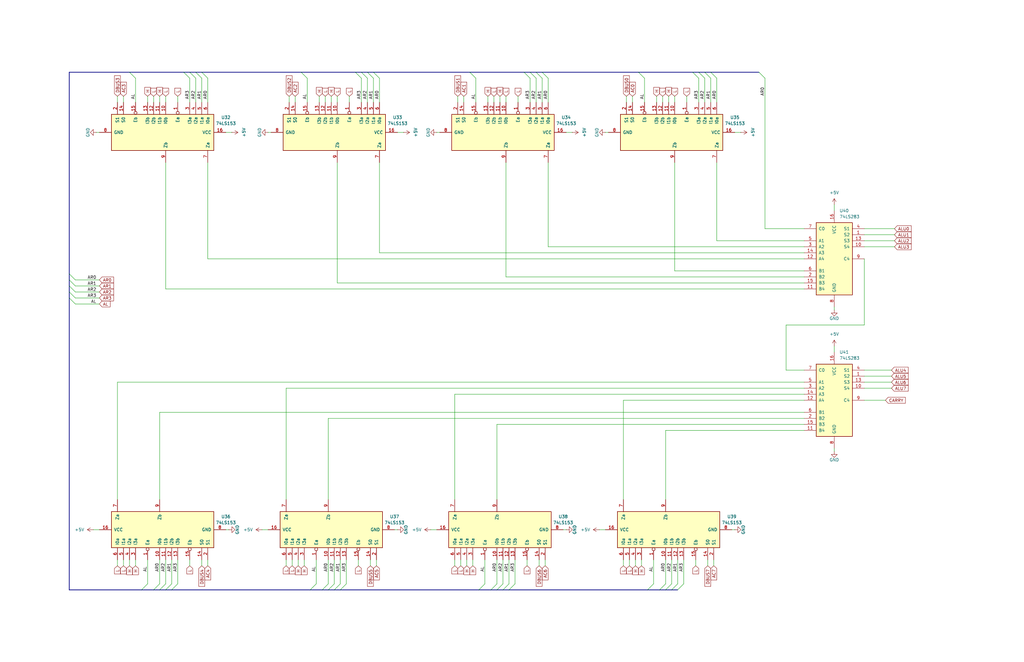
<source format=kicad_sch>
(kicad_sch (version 20231120) (generator "eeschema") (generator_version "8.0")
  (paper "B")
  (lib_symbols
    (symbol "74xx:74LS153" (pin_names (offset 1.016))
      (property "Reference" "U" (at -7.62 21.59 0))
      (property "Value" "74LS153" (at -7.62 -24.13 0))
      (symbol "74LS153_1_0"
        (pin input inverted (at -12.7 5.08 0) (length 5.08) (name "Ea") (number "1"))
        (pin input line (at -12.7 0 0) (length 5.08) (name "I0b") (number "10"))
        (pin input line (at -12.7 -2.54 0) (length 5.08) (name "I1b") (number "11"))
        (pin input line (at -12.7 -5.08 0) (length 5.08) (name "I2b") (number "12"))
        (pin input line (at -12.7 -7.62 0) (length 5.08) (name "I3b") (number "13"))
        (pin input line (at -12.7 -17.78 0) (length 5.08) (name "S0") (number "14"))
        (pin input inverted (at -12.7 -12.7 0) (length 5.08) (name "Eb") (number "15"))
        (pin power_in line (at 0 25.4 270) (length 5.08) (name "VCC") (number "16"))
        (pin input line (at -12.7 -20.32 0) (length 5.08) (name "S1") (number "2"))
        (pin input line (at -12.7 10.16 0) (length 5.08) (name "I3a") (number "3"))
        (pin input line (at -12.7 12.7 0) (length 5.08) (name "I2a") (number "4"))
        (pin input line (at -12.7 15.24 0) (length 5.08) (name "I1a") (number "5"))
        (pin input line (at -12.7 17.78 0) (length 5.08) (name "I0a") (number "6"))
        (pin output line (at 12.7 17.78 180) (length 5.08) (name "Za") (number "7"))
        (pin power_in line (at 0 -27.94 90) (length 5.08) (name "GND") (number "8"))
        (pin output line (at 12.7 0 180) (length 5.08) (name "Zb") (number "9"))
      )
      (symbol "74LS153_1_1"
        (rectangle (start -7.62 20.32) (end 7.62 -22.86) (stroke (width 0.254)) (fill (type background)))
      )
    )
    (symbol "74xx:74LS283" (pin_names (offset 1.016))
      (property "Reference" "U" (at -7.62 16.51 0))
      (property "Value" "74LS283" (at -7.62 -16.51 0))
      (symbol "74LS283_1_0"
        (pin output line (at 12.7 10.16 180) (length 5.08) (name "S2") (number "1"))
        (pin output line (at 12.7 5.08 180) (length 5.08) (name "S4") (number "10"))
        (pin input line (at -12.7 -12.7 0) (length 5.08) (name "B4") (number "11"))
        (pin input line (at -12.7 0 0) (length 5.08) (name "A4") (number "12"))
        (pin output line (at 12.7 7.62 180) (length 5.08) (name "S3") (number "13"))
        (pin input line (at -12.7 2.54 0) (length 5.08) (name "A3") (number "14"))
        (pin input line (at -12.7 -10.16 0) (length 5.08) (name "B3") (number "15"))
        (pin power_in line (at 0 20.32 270) (length 5.08) (name "VCC") (number "16"))
        (pin input line (at -12.7 -7.62 0) (length 5.08) (name "B2") (number "2"))
        (pin input line (at -12.7 5.08 0) (length 5.08) (name "A2") (number "3"))
        (pin output line (at 12.7 12.7 180) (length 5.08) (name "S1") (number "4"))
        (pin input line (at -12.7 7.62 0) (length 5.08) (name "A1") (number "5"))
        (pin input line (at -12.7 -5.08 0) (length 5.08) (name "B1") (number "6"))
        (pin input line (at -12.7 12.7 0) (length 5.08) (name "C0") (number "7"))
        (pin power_in line (at 0 -20.32 90) (length 5.08) (name "GND") (number "8"))
        (pin output line (at 12.7 0 180) (length 5.08) (name "C4") (number "9"))
      )
      (symbol "74LS283_1_1"
        (rectangle (start -7.62 15.24) (end 7.62 -15.24) (stroke (width 0.254)) (fill (type background)))
      )
    )
    (symbol "power:+5V" (power) (pin_numbers hide) (pin_names (offset 0) hide)
      (property "Value" "+5V" (at 0 3.556 0))
      (symbol "+5V_0_1"
        (polyline (pts (xy -0.762 1.27) (xy 0 2.54)))
        (polyline (pts (xy 0 0) (xy 0 2.54)))
        (polyline (pts (xy 0 2.54) (xy 0.762 1.27)))
      )
      (symbol "+5V_1_1"
        (pin power_in line (at 0 0 90) (length 0) (name "~") (number "1"))
      )
    )
    (symbol "power:GND" (power) (pin_numbers hide) (pin_names (offset 0) hide)
      (property "Value" "GND" (at 0 -3.81 0))
      (symbol "GND_0_1"
        (polyline (pts (xy 0 0) (xy 0 -1.27) (xy 1.27 -1.27) (xy 0 -2.54) (xy -1.27 -1.27) (xy 0 -1.27)))
      )
      (symbol "GND_1_1"
        (pin power_in line (at 0 0 270) (length 0) (name "~") (number "1"))
      )
    )
  )
  (bus_entry (at 152.4 30.48) (size 2.54 2.54))
  (bus_entry (at 292.1 30.48) (size 2.54 2.54))
  (bus_entry (at 299.72 30.48) (size 2.54 2.54))
  (bus_entry (at 320.04 30.48) (size 2.54 2.54))
  (bus_entry (at 130.81 248.92) (size 2.54 -2.54))
  (bus_entry (at 280.67 248.92) (size 2.54 -2.54))
  (bus_entry (at 135.89 248.92) (size 2.54 -2.54))
  (bus_entry (at 228.6 30.48) (size 2.54 2.54))
  (bus_entry (at 283.21 248.92) (size 2.54 -2.54))
  (bus_entry (at 29.21 125.73) (size 2.54 2.54))
  (bus_entry (at 140.97 248.92) (size 2.54 -2.54))
  (bus_entry (at 85.09 30.48) (size 2.54 2.54))
  (bus_entry (at 212.09 248.92) (size 2.54 -2.54))
  (bus_entry (at 223.52 30.48) (size 2.54 2.54))
  (bus_entry (at 29.21 120.65) (size 2.54 2.54))
  (bus_entry (at 209.55 248.92) (size 2.54 -2.54))
  (bus_entry (at 143.51 248.92) (size 2.54 -2.54))
  (bus_entry (at 220.98 30.48) (size 2.54 2.54))
  (bus_entry (at 157.48 30.48) (size 2.54 2.54))
  (bus_entry (at 214.63 248.92) (size 2.54 -2.54))
  (bus_entry (at 198.12 30.48) (size 2.54 2.54))
  (bus_entry (at 127 30.48) (size 2.54 2.54))
  (bus_entry (at 29.21 123.19) (size 2.54 2.54))
  (bus_entry (at 29.21 118.11) (size 2.54 2.54))
  (bus_entry (at 29.21 115.57) (size 2.54 2.54))
  (bus_entry (at 285.75 248.92) (size 2.54 -2.54))
  (bus_entry (at 67.31 248.92) (size 2.54 -2.54))
  (bus_entry (at 278.13 248.92) (size 2.54 -2.54))
  (bus_entry (at 201.93 248.92) (size 2.54 -2.54))
  (bus_entry (at 54.61 30.48) (size 2.54 2.54))
  (bus_entry (at 64.77 248.92) (size 2.54 -2.54))
  (bus_entry (at 269.24 30.48) (size 2.54 2.54))
  (bus_entry (at 154.94 30.48) (size 2.54 2.54))
  (bus_entry (at 138.43 248.92) (size 2.54 -2.54))
  (bus_entry (at 80.01 30.48) (size 2.54 2.54))
  (bus_entry (at 69.85 248.92) (size 2.54 -2.54))
  (bus_entry (at 149.86 30.48) (size 2.54 2.54))
  (bus_entry (at 72.39 248.92) (size 2.54 -2.54))
  (bus_entry (at 226.06 30.48) (size 2.54 2.54))
  (bus_entry (at 294.64 30.48) (size 2.54 2.54))
  (bus_entry (at 82.55 30.48) (size 2.54 2.54))
  (bus_entry (at 77.47 30.48) (size 2.54 2.54))
  (bus_entry (at 207.01 248.92) (size 2.54 -2.54))
  (bus_entry (at 297.18 30.48) (size 2.54 2.54))
  (bus_entry (at 59.69 248.92) (size 2.54 -2.54))
  (bus_entry (at 273.05 248.92) (size 2.54 -2.54))
  (bus (pts (xy 280.67 248.92) (xy 283.21 248.92)))
  (wire (pts (xy 194.31 238.76) (xy 194.31 236.22)))
  (wire (pts (xy 339.09 173.99) (xy 67.31 173.99)))
  (bus (pts (xy 29.21 248.92) (xy 59.69 248.92)))
  (bus (pts (xy 294.64 30.48) (xy 297.18 30.48)))
  (wire (pts (xy 133.35 236.22) (xy 133.35 246.38)))
  (wire (pts (xy 228.6 33.02) (xy 228.6 43.18)))
  (bus (pts (xy 127 30.48) (xy 149.86 30.48)))
  (wire (pts (xy 227.33 236.22) (xy 227.33 238.76)))
  (wire (pts (xy 142.24 119.38) (xy 339.09 119.38)))
  (wire (pts (xy 351.79 189.23) (xy 351.79 190.5)))
  (wire (pts (xy 142.24 68.58) (xy 142.24 119.38)))
  (wire (pts (xy 87.63 33.02) (xy 87.63 43.18)))
  (wire (pts (xy 200.66 33.02) (xy 200.66 43.18)))
  (bus (pts (xy 273.05 248.92) (xy 278.13 248.92)))
  (bus (pts (xy 130.81 248.92) (xy 135.89 248.92)))
  (wire (pts (xy 72.39 236.22) (xy 72.39 246.38)))
  (wire (pts (xy 266.7 40.64) (xy 266.7 43.18)))
  (wire (pts (xy 129.54 33.02) (xy 129.54 43.18)))
  (wire (pts (xy 151.13 238.76) (xy 151.13 236.22)))
  (wire (pts (xy 209.55 236.22) (xy 209.55 246.38)))
  (wire (pts (xy 222.25 238.76) (xy 222.25 236.22)))
  (bus (pts (xy 223.52 30.48) (xy 226.06 30.48)))
  (wire (pts (xy 80.01 33.02) (xy 80.01 43.18)))
  (wire (pts (xy 87.63 109.22) (xy 339.09 109.22)))
  (wire (pts (xy 213.36 116.84) (xy 339.09 116.84)))
  (wire (pts (xy 280.67 236.22) (xy 280.67 246.38)))
  (wire (pts (xy 52.07 40.64) (xy 52.07 43.18)))
  (wire (pts (xy 284.48 68.58) (xy 284.48 114.3)))
  (bus (pts (xy 209.55 248.92) (xy 212.09 248.92)))
  (wire (pts (xy 298.45 236.22) (xy 298.45 238.76)))
  (bus (pts (xy 29.21 123.19) (xy 29.21 125.73)))
  (bus (pts (xy 207.01 248.92) (xy 209.55 248.92)))
  (wire (pts (xy 231.14 33.02) (xy 231.14 43.18)))
  (wire (pts (xy 226.06 33.02) (xy 226.06 43.18)))
  (wire (pts (xy 308.61 223.52) (xy 309.88 223.52)))
  (wire (pts (xy 339.09 166.37) (xy 191.77 166.37)))
  (wire (pts (xy 120.65 238.76) (xy 120.65 236.22)))
  (wire (pts (xy 120.65 210.82) (xy 120.65 163.83)))
  (wire (pts (xy 120.65 163.83) (xy 339.09 163.83)))
  (wire (pts (xy 85.09 33.02) (xy 85.09 43.18)))
  (bus (pts (xy 135.89 248.92) (xy 138.43 248.92)))
  (wire (pts (xy 262.89 210.82) (xy 262.89 168.91)))
  (bus (pts (xy 29.21 125.73) (xy 29.21 248.92)))
  (bus (pts (xy 85.09 30.48) (xy 127 30.48)))
  (wire (pts (xy 208.28 40.64) (xy 208.28 43.18)))
  (wire (pts (xy 285.75 236.22) (xy 285.75 246.38)))
  (wire (pts (xy 218.44 40.64) (xy 218.44 43.18)))
  (bus (pts (xy 152.4 30.48) (xy 154.94 30.48)))
  (wire (pts (xy 31.75 125.73) (xy 41.91 125.73)))
  (wire (pts (xy 123.19 238.76) (xy 123.19 236.22)))
  (wire (pts (xy 146.05 236.22) (xy 146.05 246.38)))
  (bus (pts (xy 228.6 30.48) (xy 269.24 30.48)))
  (bus (pts (xy 154.94 30.48) (xy 157.48 30.48)))
  (wire (pts (xy 205.74 40.64) (xy 205.74 43.18)))
  (wire (pts (xy 137.16 40.64) (xy 137.16 43.18)))
  (bus (pts (xy 214.63 248.92) (xy 273.05 248.92)))
  (bus (pts (xy 59.69 248.92) (xy 64.77 248.92)))
  (wire (pts (xy 339.09 96.52) (xy 322.58 96.52)))
  (wire (pts (xy 49.53 161.29) (xy 339.09 161.29)))
  (wire (pts (xy 280.67 181.61) (xy 339.09 181.61)))
  (bus (pts (xy 226.06 30.48) (xy 228.6 30.48)))
  (wire (pts (xy 67.31 173.99) (xy 67.31 210.82)))
  (wire (pts (xy 279.4 40.64) (xy 279.4 43.18)))
  (wire (pts (xy 157.48 33.02) (xy 157.48 43.18)))
  (wire (pts (xy 262.89 238.76) (xy 262.89 236.22)))
  (wire (pts (xy 213.36 40.64) (xy 213.36 43.18)))
  (wire (pts (xy 67.31 236.22) (xy 67.31 246.38)))
  (wire (pts (xy 339.09 179.07) (xy 209.55 179.07)))
  (wire (pts (xy 322.58 33.02) (xy 322.58 96.52)))
  (wire (pts (xy 95.25 223.52) (xy 96.52 223.52)))
  (wire (pts (xy 193.04 40.64) (xy 193.04 43.18)))
  (bus (pts (xy 29.21 118.11) (xy 29.21 120.65)))
  (wire (pts (xy 160.02 33.02) (xy 160.02 43.18)))
  (wire (pts (xy 264.16 40.64) (xy 264.16 43.18)))
  (wire (pts (xy 223.52 33.02) (xy 223.52 43.18)))
  (wire (pts (xy 302.26 68.58) (xy 302.26 101.6)))
  (wire (pts (xy 85.09 236.22) (xy 85.09 238.76)))
  (wire (pts (xy 125.73 238.76) (xy 125.73 236.22)))
  (wire (pts (xy 62.23 236.22) (xy 62.23 246.38)))
  (wire (pts (xy 351.79 146.05) (xy 351.79 148.59)))
  (wire (pts (xy 158.75 236.22) (xy 158.75 238.76)))
  (wire (pts (xy 302.26 101.6) (xy 339.09 101.6)))
  (bus (pts (xy 220.98 30.48) (xy 223.52 30.48)))
  (bus (pts (xy 29.21 115.57) (xy 29.21 118.11)))
  (wire (pts (xy 271.78 33.02) (xy 271.78 43.18)))
  (bus (pts (xy 29.21 30.48) (xy 54.61 30.48)))
  (bus (pts (xy 67.31 248.92) (xy 69.85 248.92)))
  (wire (pts (xy 196.85 238.76) (xy 196.85 236.22)))
  (wire (pts (xy 170.18 55.88) (xy 167.64 55.88)))
  (bus (pts (xy 29.21 30.48) (xy 29.21 115.57)))
  (bus (pts (xy 143.51 248.92) (xy 201.93 248.92)))
  (wire (pts (xy 64.77 40.64) (xy 64.77 43.18)))
  (wire (pts (xy 288.29 236.22) (xy 288.29 246.38)))
  (wire (pts (xy 364.49 163.83) (xy 375.92 163.83)))
  (wire (pts (xy 209.55 179.07) (xy 209.55 210.82)))
  (wire (pts (xy 284.48 114.3) (xy 339.09 114.3)))
  (wire (pts (xy 210.82 40.64) (xy 210.82 43.18)))
  (wire (pts (xy 364.49 96.52) (xy 377.19 96.52)))
  (wire (pts (xy 331.47 156.21) (xy 339.09 156.21)))
  (bus (pts (xy 64.77 248.92) (xy 67.31 248.92)))
  (wire (pts (xy 124.46 40.64) (xy 124.46 43.18)))
  (wire (pts (xy 41.91 55.88) (xy 40.64 55.88)))
  (bus (pts (xy 29.21 120.65) (xy 29.21 123.19)))
  (wire (pts (xy 113.03 223.52) (xy 110.49 223.52)))
  (wire (pts (xy 52.07 238.76) (xy 52.07 236.22)))
  (wire (pts (xy 31.75 118.11) (xy 41.91 118.11)))
  (wire (pts (xy 160.02 106.68) (xy 339.09 106.68)))
  (wire (pts (xy 191.77 238.76) (xy 191.77 236.22)))
  (wire (pts (xy 351.79 86.36) (xy 351.79 88.9)))
  (wire (pts (xy 140.97 236.22) (xy 140.97 246.38)))
  (wire (pts (xy 160.02 68.58) (xy 160.02 106.68)))
  (bus (pts (xy 77.47 30.48) (xy 80.01 30.48)))
  (wire (pts (xy 156.21 236.22) (xy 156.21 238.76)))
  (wire (pts (xy 214.63 236.22) (xy 214.63 246.38)))
  (wire (pts (xy 276.86 40.64) (xy 276.86 43.18)))
  (wire (pts (xy 138.43 176.53) (xy 138.43 210.82)))
  (wire (pts (xy 31.75 120.65) (xy 41.91 120.65)))
  (wire (pts (xy 294.64 33.02) (xy 294.64 43.18)))
  (bus (pts (xy 149.86 30.48) (xy 152.4 30.48)))
  (wire (pts (xy 297.18 33.02) (xy 297.18 43.18)))
  (wire (pts (xy 54.61 238.76) (xy 54.61 236.22)))
  (wire (pts (xy 185.42 55.88) (xy 184.15 55.88)))
  (wire (pts (xy 262.89 168.91) (xy 339.09 168.91)))
  (wire (pts (xy 87.63 68.58) (xy 87.63 109.22)))
  (bus (pts (xy 292.1 30.48) (xy 294.64 30.48)))
  (wire (pts (xy 255.27 223.52) (xy 252.73 223.52)))
  (wire (pts (xy 283.21 236.22) (xy 283.21 246.38)))
  (wire (pts (xy 280.67 210.82) (xy 280.67 181.61)))
  (wire (pts (xy 364.49 168.91) (xy 373.38 168.91)))
  (wire (pts (xy 114.3 55.88) (xy 113.03 55.88)))
  (bus (pts (xy 72.39 248.92) (xy 130.81 248.92)))
  (wire (pts (xy 339.09 176.53) (xy 138.43 176.53)))
  (wire (pts (xy 82.55 33.02) (xy 82.55 43.18)))
  (wire (pts (xy 74.93 40.64) (xy 74.93 43.18)))
  (wire (pts (xy 229.87 236.22) (xy 229.87 238.76)))
  (wire (pts (xy 49.53 210.82) (xy 49.53 161.29)))
  (wire (pts (xy 80.01 238.76) (xy 80.01 236.22)))
  (wire (pts (xy 152.4 33.02) (xy 152.4 43.18)))
  (wire (pts (xy 134.62 40.64) (xy 134.62 43.18)))
  (wire (pts (xy 154.94 33.02) (xy 154.94 43.18)))
  (wire (pts (xy 364.49 161.29) (xy 375.92 161.29)))
  (wire (pts (xy 364.49 104.14) (xy 377.19 104.14)))
  (wire (pts (xy 74.93 236.22) (xy 74.93 246.38)))
  (wire (pts (xy 281.94 40.64) (xy 281.94 43.18)))
  (wire (pts (xy 312.42 55.88) (xy 309.88 55.88)))
  (wire (pts (xy 364.49 158.75) (xy 375.92 158.75)))
  (bus (pts (xy 212.09 248.92) (xy 214.63 248.92)))
  (wire (pts (xy 364.49 109.22) (xy 364.49 137.16)))
  (wire (pts (xy 364.49 99.06) (xy 377.19 99.06)))
  (wire (pts (xy 147.32 40.64) (xy 147.32 43.18)))
  (wire (pts (xy 31.75 128.27) (xy 41.91 128.27)))
  (bus (pts (xy 198.12 30.48) (xy 220.98 30.48)))
  (wire (pts (xy 231.14 104.14) (xy 339.09 104.14)))
  (bus (pts (xy 140.97 248.92) (xy 143.51 248.92)))
  (wire (pts (xy 199.39 238.76) (xy 199.39 236.22)))
  (wire (pts (xy 121.92 40.64) (xy 121.92 43.18)))
  (bus (pts (xy 138.43 248.92) (xy 140.97 248.92)))
  (wire (pts (xy 212.09 236.22) (xy 212.09 246.38)))
  (wire (pts (xy 275.59 236.22) (xy 275.59 246.38)))
  (wire (pts (xy 67.31 40.64) (xy 67.31 43.18)))
  (wire (pts (xy 284.48 40.64) (xy 284.48 43.18)))
  (bus (pts (xy 157.48 30.48) (xy 198.12 30.48)))
  (wire (pts (xy 331.47 137.16) (xy 331.47 156.21)))
  (wire (pts (xy 57.15 33.02) (xy 57.15 43.18)))
  (wire (pts (xy 213.36 68.58) (xy 213.36 116.84)))
  (bus (pts (xy 82.55 30.48) (xy 85.09 30.48)))
  (wire (pts (xy 49.53 40.64) (xy 49.53 43.18)))
  (wire (pts (xy 143.51 236.22) (xy 143.51 246.38)))
  (wire (pts (xy 31.75 123.19) (xy 41.91 123.19)))
  (wire (pts (xy 265.43 238.76) (xy 265.43 236.22)))
  (wire (pts (xy 69.85 236.22) (xy 69.85 246.38)))
  (bus (pts (xy 80.01 30.48) (xy 82.55 30.48)))
  (wire (pts (xy 87.63 236.22) (xy 87.63 238.76)))
  (wire (pts (xy 138.43 236.22) (xy 138.43 246.38)))
  (wire (pts (xy 237.49 223.52) (xy 238.76 223.52)))
  (wire (pts (xy 302.26 33.02) (xy 302.26 43.18)))
  (wire (pts (xy 364.49 156.21) (xy 375.92 156.21)))
  (wire (pts (xy 166.37 223.52) (xy 167.64 223.52)))
  (wire (pts (xy 241.3 55.88) (xy 238.76 55.88)))
  (wire (pts (xy 69.85 68.58) (xy 69.85 121.92)))
  (wire (pts (xy 351.79 129.54) (xy 351.79 130.81)))
  (wire (pts (xy 364.49 101.6) (xy 377.19 101.6)))
  (wire (pts (xy 299.72 33.02) (xy 299.72 43.18)))
  (bus (pts (xy 299.72 30.48) (xy 320.04 30.48)))
  (bus (pts (xy 283.21 248.92) (xy 285.75 248.92)))
  (wire (pts (xy 128.27 238.76) (xy 128.27 236.22)))
  (bus (pts (xy 297.18 30.48) (xy 299.72 30.48)))
  (wire (pts (xy 41.91 223.52) (xy 39.37 223.52)))
  (wire (pts (xy 270.51 238.76) (xy 270.51 236.22)))
  (wire (pts (xy 62.23 40.64) (xy 62.23 43.18)))
  (wire (pts (xy 69.85 121.92) (xy 339.09 121.92)))
  (bus (pts (xy 269.24 30.48) (xy 292.1 30.48)))
  (wire (pts (xy 57.15 238.76) (xy 57.15 236.22)))
  (wire (pts (xy 364.49 137.16) (xy 331.47 137.16)))
  (wire (pts (xy 231.14 68.58) (xy 231.14 104.14)))
  (wire (pts (xy 217.17 236.22) (xy 217.17 246.38)))
  (wire (pts (xy 69.85 40.64) (xy 69.85 43.18)))
  (bus (pts (xy 201.93 248.92) (xy 207.01 248.92)))
  (wire (pts (xy 139.7 40.64) (xy 139.7 43.18)))
  (wire (pts (xy 49.53 238.76) (xy 49.53 236.22)))
  (wire (pts (xy 97.79 55.88) (xy 95.25 55.88)))
  (wire (pts (xy 267.97 238.76) (xy 267.97 236.22)))
  (bus (pts (xy 69.85 248.92) (xy 72.39 248.92)))
  (bus (pts (xy 54.61 30.48) (xy 77.47 30.48)))
  (wire (pts (xy 142.24 40.64) (xy 142.24 43.18)))
  (wire (pts (xy 256.54 55.88) (xy 255.27 55.88)))
  (wire (pts (xy 300.99 236.22) (xy 300.99 238.76)))
  (wire (pts (xy 289.56 40.64) (xy 289.56 43.18)))
  (wire (pts (xy 184.15 223.52) (xy 181.61 223.52)))
  (wire (pts (xy 191.77 166.37) (xy 191.77 210.82)))
  (wire (pts (xy 195.58 40.64) (xy 195.58 43.18)))
  (bus (pts (xy 278.13 248.92) (xy 280.67 248.92)))
  (wire (pts (xy 204.47 236.22) (xy 204.47 246.38)))
  (wire (pts (xy 293.37 238.76) (xy 293.37 236.22)))
  (label "AR2" (at 40.64 123.19 180))
  (label "AR1" (at 40.64 120.65 180))
  (label "AR0" (at 302.26 41.91 90))
  (label "AR1" (at 228.6 41.91 90))
  (label "AL" (at 204.47 241.3 90))
  (label "AR3" (at 80.01 41.91 90))
  (label "AL" (at 57.15 41.91 90))
  (label "AR3" (at 74.93 241.3 90))
  (label "AR3" (at 288.29 241.3 90))
  (label "AR1" (at 143.51 241.3 90))
  (label "AR1" (at 72.39 241.3 90))
  (label "AR1" (at 214.63 241.3 90))
  (label "AR2" (at 226.06 41.91 90))
  (label "AL" (at 275.59 241.3 90))
  (label "AR0" (at 280.67 241.3 90))
  (label "AL" (at 133.35 241.3 90))
  (label "AR2" (at 283.21 241.3 90))
  (label "AR0" (at 87.63 41.91 90))
  (label "AR3" (at 40.64 125.73 180))
  (label "AR3" (at 146.05 241.3 90))
  (label "AR3" (at 223.52 41.91 90))
  (label "AR3" (at 294.64 41.91 90))
  (label "AR1" (at 285.75 241.3 90))
  (label "AR1" (at 299.72 41.91 90))
  (label "AR3" (at 152.4 41.91 90))
  (label "AR0" (at 40.64 118.11 180))
  (label "AL" (at 40.64 128.27 180))
  (label "AR0" (at 322.58 40.4595 90))
  (label "AR0" (at 138.43 241.3 90))
  (label "AR2" (at 212.09 241.3 90))
  (label "AR2" (at 154.94 41.91 90))
  (label "AR0" (at 209.55 241.3 90))
  (label "AR1" (at 85.09 41.91 90))
  (label "AR2" (at 140.97 241.3 90))
  (label "AR2" (at 297.18 41.91 90))
  (label "AL" (at 200.66 41.91 90))
  (label "AR0" (at 231.14 41.91 90))
  (label "AR0" (at 67.31 241.3 90))
  (label "AL" (at 271.78 41.91 90))
  (label "AR2" (at 82.55 41.91 90))
  (label "AR2" (at 69.85 241.3 90))
  (label "AR1" (at 157.48 41.91 90))
  (label "AL" (at 129.54 41.91 90))
  (label "AR3" (at 217.17 241.3 90))
  (label "AL" (at 62.23 241.3 90))
  (label "AR0" (at 160.02 41.91 90))
  (global_label "L" (shape input) (at 147.32 40.64 90) (property "Intersheetrefs" "${INTERSHEET_REFS}" (effects (hide yes))))
  (global_label "AL" (shape input) (at 41.91 128.27 0) (property "Intersheetrefs" "${INTERSHEET_REFS}" (effects (hide yes))))
  (global_label "H" (shape input) (at 62.23 40.64 90) (property "Intersheetrefs" "${INTERSHEET_REFS}" (effects (hide yes))))
  (global_label "H" (shape input) (at 125.73 238.76 270) (property "Intersheetrefs" "${INTERSHEET_REFS}" (effects (hide yes))))
  (global_label "L" (shape input) (at 191.77 238.76 270) (property "Intersheetrefs" "${INTERSHEET_REFS}" (effects (hide yes))))
  (global_label "H" (shape input) (at 210.82 40.64 90) (property "Intersheetrefs" "${INTERSHEET_REFS}" (effects (hide yes))))
  (global_label "L" (shape input) (at 289.56 40.64 90) (property "Intersheetrefs" "${INTERSHEET_REFS}" (effects (hide yes))))
  (global_label "ALU1" (shape input) (at 377.19 99.06 0) (property "Intersheetrefs" "${INTERSHEET_REFS}" (effects (hide yes))))
  (global_label "L" (shape input) (at 69.85 40.64 90) (property "Intersheetrefs" "${INTERSHEET_REFS}" (effects (hide yes))))
  (global_label "ALU6" (shape input) (at 375.92 161.29 0) (property "Intersheetrefs" "${INTERSHEET_REFS}" (effects (hide yes))))
  (global_label "L" (shape input) (at 64.77 40.64 90) (property "Intersheetrefs" "${INTERSHEET_REFS}" (effects (hide yes))))
  (global_label "H" (shape input) (at 128.27 238.76 270) (property "Intersheetrefs" "${INTERSHEET_REFS}" (effects (hide yes))))
  (global_label "DBUS6" (shape input) (at 227.33 238.76 270) (property "Intersheetrefs" "${INTERSHEET_REFS}" (effects (hide yes))))
  (global_label "H" (shape input) (at 134.62 40.64 90) (property "Intersheetrefs" "${INTERSHEET_REFS}" (effects (hide yes))))
  (global_label "H" (shape input) (at 57.15 238.76 270) (property "Intersheetrefs" "${INTERSHEET_REFS}" (effects (hide yes))))
  (global_label "ALU3" (shape input) (at 377.19 104.14 0) (property "Intersheetrefs" "${INTERSHEET_REFS}" (effects (hide yes))))
  (global_label "H" (shape input) (at 270.51 238.76 270) (property "Intersheetrefs" "${INTERSHEET_REFS}" (effects (hide yes))))
  (global_label "AC5" (shape input) (at 158.75 238.76 270) (property "Intersheetrefs" "${INTERSHEET_REFS}" (effects (hide yes))))
  (global_label "L" (shape input) (at 218.44 40.64 90) (property "Intersheetrefs" "${INTERSHEET_REFS}" (effects (hide yes))))
  (global_label "L" (shape input) (at 80.01 238.76 270) (property "Intersheetrefs" "${INTERSHEET_REFS}" (effects (hide yes))))
  (global_label "L" (shape input) (at 151.13 238.76 270) (property "Intersheetrefs" "${INTERSHEET_REFS}" (effects (hide yes))))
  (global_label "DBUS3" (shape input) (at 49.53 40.64 90) (property "Intersheetrefs" "${INTERSHEET_REFS}" (effects (hide yes))))
  (global_label "H" (shape input) (at 67.31 40.64 90) (property "Intersheetrefs" "${INTERSHEET_REFS}" (effects (hide yes))))
  (global_label "L" (shape input) (at 265.43 238.76 270) (property "Intersheetrefs" "${INTERSHEET_REFS}" (effects (hide yes))))
  (global_label "L" (shape input) (at 284.48 40.64 90) (property "Intersheetrefs" "${INTERSHEET_REFS}" (effects (hide yes))))
  (global_label "AR0" (shape input) (at 41.91 118.11 0) (property "Intersheetrefs" "${INTERSHEET_REFS}" (effects (hide yes))))
  (global_label "DBUS7" (shape input) (at 298.45 238.76 270) (property "Intersheetrefs" "${INTERSHEET_REFS}" (effects (hide yes))))
  (global_label "L" (shape input) (at 123.19 238.76 270) (property "Intersheetrefs" "${INTERSHEET_REFS}" (effects (hide yes))))
  (global_label "L" (shape input) (at 49.53 238.76 270) (property "Intersheetrefs" "${INTERSHEET_REFS}" (effects (hide yes))))
  (global_label "H" (shape input) (at 267.97 238.76 270) (property "Intersheetrefs" "${INTERSHEET_REFS}" (effects (hide yes))))
  (global_label "AR2" (shape input) (at 41.91 123.19 0) (property "Intersheetrefs" "${INTERSHEET_REFS}" (effects (hide yes))))
  (global_label "DBUS5" (shape input) (at 156.21 238.76 270) (property "Intersheetrefs" "${INTERSHEET_REFS}" (effects (hide yes))))
  (global_label "L" (shape input) (at 194.31 238.76 270) (property "Intersheetrefs" "${INTERSHEET_REFS}" (effects (hide yes))))
  (global_label "H" (shape input) (at 139.7 40.64 90) (property "Intersheetrefs" "${INTERSHEET_REFS}" (effects (hide yes))))
  (global_label "L" (shape input) (at 137.16 40.64 90) (property "Intersheetrefs" "${INTERSHEET_REFS}" (effects (hide yes))))
  (global_label "AC0" (shape input) (at 266.7 40.64 90) (property "Intersheetrefs" "${INTERSHEET_REFS}" (effects (hide yes))))
  (global_label "DBUS1" (shape input) (at 193.04 40.64 90) (property "Intersheetrefs" "${INTERSHEET_REFS}" (effects (hide yes))))
  (global_label "L" (shape input) (at 293.37 238.76 270) (property "Intersheetrefs" "${INTERSHEET_REFS}" (effects (hide yes))))
  (global_label "ALU2" (shape input) (at 377.19 101.6 0) (property "Intersheetrefs" "${INTERSHEET_REFS}" (effects (hide yes))))
  (global_label "DBUS2" (shape input) (at 121.92 40.64 90) (property "Intersheetrefs" "${INTERSHEET_REFS}" (effects (hide yes))))
  (global_label "H" (shape input) (at 205.74 40.64 90) (property "Intersheetrefs" "${INTERSHEET_REFS}" (effects (hide yes))))
  (global_label "AC6" (shape input) (at 229.87 238.76 270) (property "Intersheetrefs" "${INTERSHEET_REFS}" (effects (hide yes))))
  (global_label "H" (shape input) (at 196.85 238.76 270) (property "Intersheetrefs" "${INTERSHEET_REFS}" (effects (hide yes))))
  (global_label "L" (shape input) (at 262.89 238.76 270) (property "Intersheetrefs" "${INTERSHEET_REFS}" (effects (hide yes))))
  (global_label "AR3" (shape input) (at 41.91 125.73 0) (property "Intersheetrefs" "${INTERSHEET_REFS}" (effects (hide yes))))
  (global_label "AC4" (shape input) (at 87.63 238.76 270) (property "Intersheetrefs" "${INTERSHEET_REFS}" (effects (hide yes))))
  (global_label "H" (shape input) (at 199.39 238.76 270) (property "Intersheetrefs" "${INTERSHEET_REFS}" (effects (hide yes))))
  (global_label "L" (shape input) (at 52.07 238.76 270) (property "Intersheetrefs" "${INTERSHEET_REFS}" (effects (hide yes))))
  (global_label "H" (shape input) (at 54.61 238.76 270) (property "Intersheetrefs" "${INTERSHEET_REFS}" (effects (hide yes))))
  (global_label "L" (shape input) (at 74.93 40.64 90) (property "Intersheetrefs" "${INTERSHEET_REFS}" (effects (hide yes))))
  (global_label "H" (shape input) (at 276.86 40.64 90) (property "Intersheetrefs" "${INTERSHEET_REFS}" (effects (hide yes))))
  (global_label "DBUS4" (shape input) (at 85.09 238.76 270) (property "Intersheetrefs" "${INTERSHEET_REFS}" (effects (hide yes))))
  (global_label "H" (shape input) (at 281.94 40.64 90) (property "Intersheetrefs" "${INTERSHEET_REFS}" (effects (hide yes))))
  (global_label "ALU4" (shape input) (at 375.92 156.21 0) (property "Intersheetrefs" "${INTERSHEET_REFS}" (effects (hide yes))))
  (global_label "L" (shape input) (at 213.36 40.64 90) (property "Intersheetrefs" "${INTERSHEET_REFS}" (effects (hide yes))))
  (global_label "AR1" (shape input) (at 41.91 120.65 0) (property "Intersheetrefs" "${INTERSHEET_REFS}" (effects (hide yes))))
  (global_label "L" (shape input) (at 208.28 40.64 90) (property "Intersheetrefs" "${INTERSHEET_REFS}" (effects (hide yes))))
  (global_label "AC1" (shape input) (at 195.58 40.64 90) (property "Intersheetrefs" "${INTERSHEET_REFS}" (effects (hide yes))))
  (global_label "ALU7" (shape input) (at 375.92 163.83 0) (property "Intersheetrefs" "${INTERSHEET_REFS}" (effects (hide yes))))
  (global_label "AC7" (shape input) (at 300.99 238.76 270) (property "Intersheetrefs" "${INTERSHEET_REFS}" (effects (hide yes))))
  (global_label "L" (shape input) (at 142.24 40.64 90) (property "Intersheetrefs" "${INTERSHEET_REFS}" (effects (hide yes))))
  (global_label "L" (shape input) (at 222.25 238.76 270) (property "Intersheetrefs" "${INTERSHEET_REFS}" (effects (hide yes))))
  (global_label "AC2" (shape input) (at 124.46 40.64 90) (property "Intersheetrefs" "${INTERSHEET_REFS}" (effects (hide yes))))
  (global_label "AC3" (shape input) (at 52.07 40.64 90) (property "Intersheetrefs" "${INTERSHEET_REFS}" (effects (hide yes))))
  (global_label "DBUS0" (shape input) (at 264.16 40.64 90) (property "Intersheetrefs" "${INTERSHEET_REFS}" (effects (hide yes))))
  (global_label "L" (shape input) (at 120.65 238.76 270) (property "Intersheetrefs" "${INTERSHEET_REFS}" (effects (hide yes))))
  (global_label "ALU0" (shape input) (at 377.19 96.52 0) (property "Intersheetrefs" "${INTERSHEET_REFS}" (effects (hide yes))))
  (global_label "L" (shape input) (at 279.4 40.64 90) (property "Intersheetrefs" "${INTERSHEET_REFS}" (effects (hide yes))))
  (global_label "ALU5" (shape input) (at 375.92 158.75 0) (property "Intersheetrefs" "${INTERSHEET_REFS}" (effects (hide yes))))
  (global_label "CARRY" (shape input) (at 373.38 168.91 0) (property "Intersheetrefs" "${INTERSHEET_REFS}" (effects (hide yes))))
  (symbol (lib_id "74xx:74LS153") (at 67.31 223.52 90) (unit 1)
    (property "Reference" "U36" (at 95.25 218.0238 90))
    (property "Value" "74LS153" (at 95.25 220.5638 90))
    (property "Datasheet" "http://www.ti.com/lit/gpn/sn74LS153" (effects (hide yes)))
    (property "Description" "Dual Multiplexer 4 to 1" (effects (hide yes)))
  )
  (symbol (lib_id "74xx:74LS153") (at 69.85 55.88 270) (unit 1)
    (property "Reference" "U32" (at 95.25 49.5614 90))
    (property "Value" "74LS153" (at 95.25 52.1014 90))
    (property "Datasheet" "http://www.ti.com/lit/gpn/sn74LS153" (effects (hide yes)))
    (property "Description" "Dual Multiplexer 4 to 1" (effects (hide yes)))
  )
  (symbol (lib_id "power:+5V") (at 39.37 223.52 90) (unit 1)
    (property "Reference" "#PWR071" (effects (hide yes)))
    (property "Value" "+5V" (at 35.56 223.5199 90) (effects (justify left)))
    (property "Description" "Power symbol creates a global label with name \"+5V\"" (effects (hide yes)))
  )
  (symbol (lib_id "74xx:74LS283") (at 351.79 109.22 0) (unit 1)
    (property "Reference" "U40" (at 353.9841 88.9 0) (effects (justify left)))
    (property "Value" "74LS283" (at 353.9841 91.44 0) (effects (justify left)))
    (property "Datasheet" "http://www.ti.com/lit/gpn/sn74LS283" (effects (hide yes)))
    (property "Description" "4-bit full Adder" (effects (hide yes)))
  )
  (symbol (lib_id "power:GND") (at 113.03 55.88 270) (unit 1)
    (property "Reference" "#PWR064" (effects (hide yes)))
    (property "Value" "GND" (at 109.474 55.88 0))
    (property "Description" "Power symbol creates a global label with name \"GND\" , ground" (effects (hide yes)))
  )
  (symbol (lib_id "power:+5V") (at 97.79 55.88 270) (unit 1)
    (property "Reference" "#PWR063" (effects (hide yes)))
    (property "Value" "+5V" (at 102.87 55.88 0))
    (property "Description" "Power symbol creates a global label with name \"+5V\"" (effects (hide yes)))
  )
  (symbol (lib_id "power:GND") (at 255.27 55.88 270) (unit 1)
    (property "Reference" "#PWR068" (effects (hide yes)))
    (property "Value" "GND" (at 251.714 55.88 0))
    (property "Description" "Power symbol creates a global label with name \"GND\" , ground" (effects (hide yes)))
  )
  (symbol (lib_id "74xx:74LS153") (at 280.67 223.52 90) (unit 1)
    (property "Reference" "U39" (at 308.61 218.0238 90))
    (property "Value" "74LS153" (at 308.61 220.5638 90))
    (property "Datasheet" "http://www.ti.com/lit/gpn/sn74LS153" (effects (hide yes)))
    (property "Description" "Dual Multiplexer 4 to 1" (effects (hide yes)))
  )
  (symbol (lib_id "power:GND") (at 351.79 130.81 0) (unit 1)
    (property "Reference" "#PWR080" (effects (hide yes)))
    (property "Value" "GND" (at 351.79 134.366 0))
    (property "Description" "Power symbol creates a global label with name \"GND\" , ground" (effects (hide yes)))
  )
  (symbol (lib_id "power:GND") (at 184.15 55.88 270) (unit 1)
    (property "Reference" "#PWR066" (effects (hide yes)))
    (property "Value" "GND" (at 180.594 55.88 0))
    (property "Description" "Power symbol creates a global label with name \"GND\" , ground" (effects (hide yes)))
  )
  (symbol (lib_id "power:GND") (at 351.79 190.5 0) (unit 1)
    (property "Reference" "#PWR081" (effects (hide yes)))
    (property "Value" "GND" (at 351.79 194.056 0))
    (property "Description" "Power symbol creates a global label with name \"GND\" , ground" (effects (hide yes)))
  )
  (symbol (lib_id "power:GND") (at 309.88 223.52 90) (unit 1)
    (property "Reference" "#PWR077" (effects (hide yes)))
    (property "Value" "GND" (at 313.436 223.52 0))
    (property "Description" "Power symbol creates a global label with name \"GND\" , ground" (effects (hide yes)))
  )
  (symbol (lib_id "power:GND") (at 40.64 55.88 270) (unit 1)
    (property "Reference" "#PWR062" (effects (hide yes)))
    (property "Value" "GND" (at 37.084 55.88 0))
    (property "Description" "Power symbol creates a global label with name \"GND\" , ground" (effects (hide yes)))
  )
  (symbol (lib_id "power:+5V") (at 312.42 55.88 270) (unit 1)
    (property "Reference" "#PWR069" (effects (hide yes)))
    (property "Value" "+5V" (at 317.5 55.88 0))
    (property "Description" "Power symbol creates a global label with name \"+5V\"" (effects (hide yes)))
  )
  (symbol (lib_id "power:GND") (at 96.52 223.52 90) (unit 1)
    (property "Reference" "#PWR070" (effects (hide yes)))
    (property "Value" "GND" (at 100.076 223.52 0))
    (property "Description" "Power symbol creates a global label with name \"GND\" , ground" (effects (hide yes)))
  )
  (symbol (lib_id "74xx:74LS153") (at 213.36 55.88 270) (unit 1)
    (property "Reference" "U34" (at 238.76 49.5614 90))
    (property "Value" "74LS153" (at 238.76 52.1014 90))
    (property "Datasheet" "http://www.ti.com/lit/gpn/sn74LS153" (effects (hide yes)))
    (property "Description" "Dual Multiplexer 4 to 1" (effects (hide yes)))
  )
  (symbol (lib_id "power:+5V") (at 351.79 86.36 0) (unit 1)
    (property "Reference" "#PWR078" (effects (hide yes)))
    (property "Value" "+5V" (at 351.79 81.28 0))
    (property "Description" "Power symbol creates a global label with name \"+5V\"" (effects (hide yes)))
  )
  (symbol (lib_id "power:GND") (at 167.64 223.52 90) (unit 1)
    (property "Reference" "#PWR073" (effects (hide yes)))
    (property "Value" "GND" (at 171.196 223.52 0))
    (property "Description" "Power symbol creates a global label with name \"GND\" , ground" (effects (hide yes)))
  )
  (symbol (lib_id "74xx:74LS153") (at 142.24 55.88 270) (unit 1)
    (property "Reference" "U33" (at 167.64 49.5614 90))
    (property "Value" "74LS153" (at 167.64 52.1014 90))
    (property "Datasheet" "http://www.ti.com/lit/gpn/sn74LS153" (effects (hide yes)))
    (property "Description" "Dual Multiplexer 4 to 1" (effects (hide yes)))
  )
  (symbol (lib_id "power:+5V") (at 241.3 55.88 270) (unit 1)
    (property "Reference" "#PWR067" (effects (hide yes)))
    (property "Value" "+5V" (at 246.38 55.88 0))
    (property "Description" "Power symbol creates a global label with name \"+5V\"" (effects (hide yes)))
  )
  (symbol (lib_id "power:+5V") (at 252.73 223.52 90) (unit 1)
    (property "Reference" "#PWR076" (effects (hide yes)))
    (property "Value" "+5V" (at 248.92 223.5199 90) (effects (justify left)))
    (property "Description" "Power symbol creates a global label with name \"+5V\"" (effects (hide yes)))
  )
  (symbol (lib_id "74xx:74LS283") (at 351.79 168.91 0) (unit 1)
    (property "Reference" "U41" (at 353.9841 148.59 0) (effects (justify left)))
    (property "Value" "74LS283" (at 353.9841 151.13 0) (effects (justify left)))
    (property "Datasheet" "http://www.ti.com/lit/gpn/sn74LS283" (effects (hide yes)))
    (property "Description" "4-bit full Adder" (effects (hide yes)))
  )
  (symbol (lib_id "74xx:74LS153") (at 284.48 55.88 270) (unit 1)
    (property "Reference" "U35" (at 309.88 49.5614 90))
    (property "Value" "74LS153" (at 309.88 52.1014 90))
    (property "Datasheet" "http://www.ti.com/lit/gpn/sn74LS153" (effects (hide yes)))
    (property "Description" "Dual Multiplexer 4 to 1" (effects (hide yes)))
  )
  (symbol (lib_id "power:GND") (at 238.76 223.52 90) (unit 1)
    (property "Reference" "#PWR075" (effects (hide yes)))
    (property "Value" "GND" (at 242.316 223.52 0))
    (property "Description" "Power symbol creates a global label with name \"GND\" , ground" (effects (hide yes)))
  )
  (symbol (lib_id "power:+5V") (at 181.61 223.52 90) (unit 1)
    (property "Reference" "#PWR074" (effects (hide yes)))
    (property "Value" "+5V" (at 177.8 223.5199 90) (effects (justify left)))
    (property "Description" "Power symbol creates a global label with name \"+5V\"" (effects (hide yes)))
  )
  (symbol (lib_id "power:+5V") (at 110.49 223.52 90) (unit 1)
    (property "Reference" "#PWR072" (effects (hide yes)))
    (property "Value" "+5V" (at 106.68 223.5199 90) (effects (justify left)))
    (property "Description" "Power symbol creates a global label with name \"+5V\"" (effects (hide yes)))
  )
  (symbol (lib_id "power:+5V") (at 351.79 146.05 0) (unit 1)
    (property "Reference" "#PWR079" (effects (hide yes)))
    (property "Value" "+5V" (at 351.79 140.97 0))
    (property "Description" "Power symbol creates a global label with name \"+5V\"" (effects (hide yes)))
  )
  (symbol (lib_id "74xx:74LS153") (at 209.55 223.52 90) (unit 1)
    (property "Reference" "U38" (at 237.49 218.0238 90))
    (property "Value" "74LS153" (at 237.49 220.5638 90))
    (property "Datasheet" "http://www.ti.com/lit/gpn/sn74LS153" (effects (hide yes)))
    (property "Description" "Dual Multiplexer 4 to 1" (effects (hide yes)))
  )
  (symbol (lib_id "74xx:74LS153") (at 138.43 223.52 90) (unit 1)
    (property "Reference" "U37" (at 166.37 218.0238 90))
    (property "Value" "74LS153" (at 166.37 220.5638 90))
    (property "Datasheet" "http://www.ti.com/lit/gpn/sn74LS153" (effects (hide yes)))
    (property "Description" "Dual Multiplexer 4 to 1" (effects (hide yes)))
  )
  (symbol (lib_id "power:+5V") (at 170.18 55.88 270) (unit 1)
    (property "Reference" "#PWR065" (effects (hide yes)))
    (property "Value" "+5V" (at 175.26 55.88 0))
    (property "Description" "Power symbol creates a global label with name \"+5V\"" (effects (hide yes)))
  )
)
</source>
